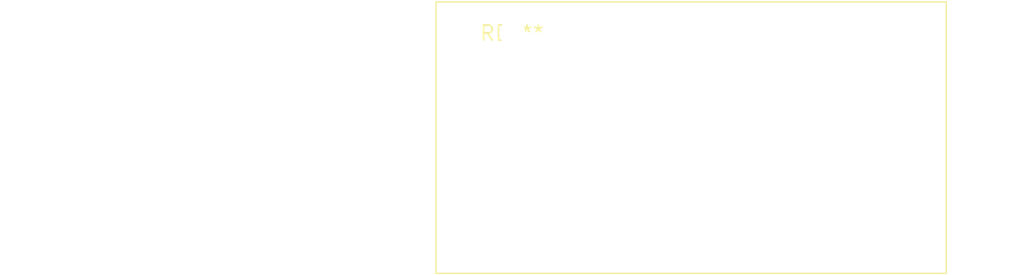
<source format=kicad_pcb>
(kicad_pcb (version 20240108) (generator pcbnew)
  (layers (0 "F.Cu" signal) (31 "B.Cu" signal) (34 "B.Paste" user) (35 "F.Paste" user) (36 "B.SilkS" user "B.Silkscreen") (37 "F.SilkS" user "F.Silkscreen") (38 "B.Mask" user) (39 "F.Mask" user) (44 "Edge.Cuts" user))
  (net 0 "")
  (footprint "L_CommonMode_Toroid_Vertical_L43.2mm_W22.9mm_Px17.78mm_Py30.48mm_Bourns_8100" (layer "F.Cu") (at 0 0)
    (property "Reference" "REF**")
    (property "Value" "L_CommonMode_Toroid_Vertical_L43.2mm_W22.9mm_Px17.78mm_Py30.48mm_Bourns_8100")
    (fp_line (start -6.47 -2.66) (end -6.47 20.44) (layer "F.SilkS") (stroke (width 0.12)))
    (fp_line (start -6.47 -2.66) (end 36.95 -2.66) (layer "F.SilkS") (stroke (width 0.12)))
    (fp_line (start -6.47 20.44) (end 36.95 20.44) (layer "F.SilkS") (stroke (width 0.12)))
    (fp_line (start 36.95 -2.66) (end 36.95 20.44) (layer "F.SilkS") (stroke (width 0.12)))
    (pad "1" thru_hole rect (at 0 0) (size 4.4 4.4) (drill 2.2) (layers *.Cu *.Mask) (remove_unused_layers))
    (pad "2" thru_hole circle (at 0 17.78) (size 4.4 4.4) (drill 2.2) (layers *.Cu *.Mask) (remove_unused_layers))
    (pad "3" thru_hole circle (at 30.48 17.78) (size 4.4 4.4) (drill 2.2) (layers *.Cu *.Mask) (remove_unused_layers))
    (pad "4" thru_hole circle (at 30.48 0) (size 4.4 4.4) (drill 2.2) (layers *.Cu *.Mask) (remove_unused_layers))
  )
)
</source>
